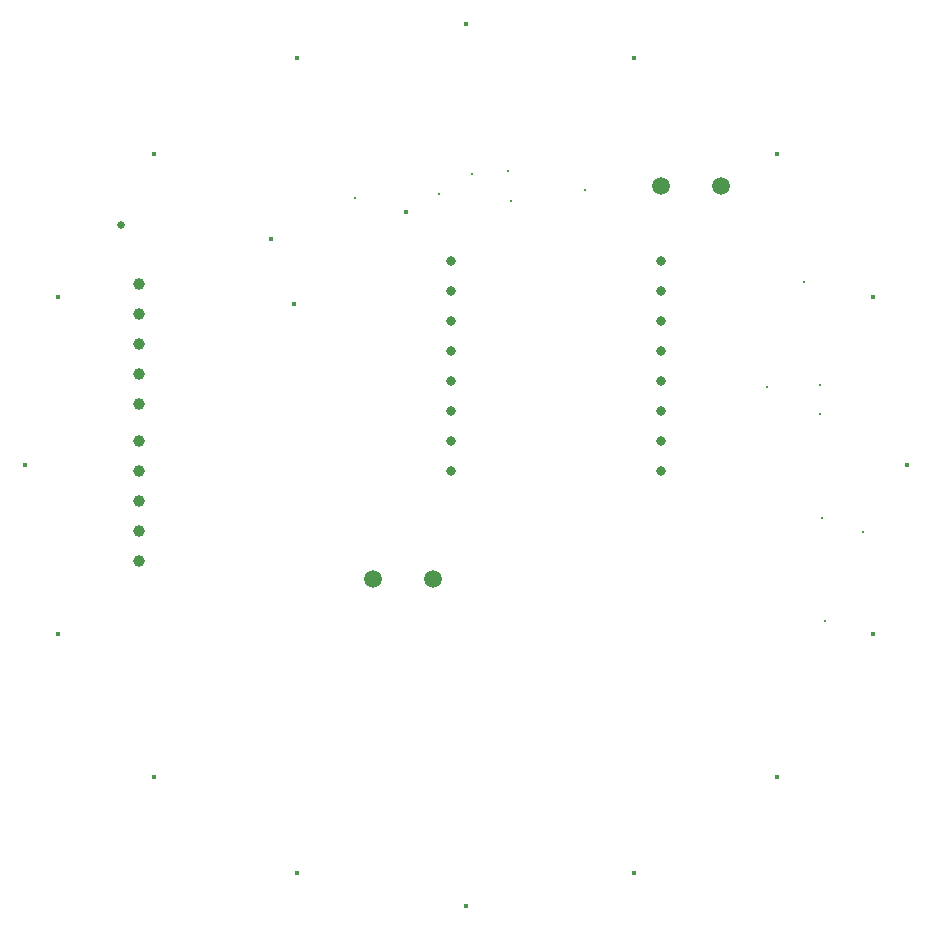
<source format=gbr>
%TF.GenerationSoftware,KiCad,Pcbnew,7.0.2*%
%TF.CreationDate,2023-06-22T15:29:06-04:00*%
%TF.ProjectId,protopico,70726f74-6f70-4696-936f-2e6b69636164,rev?*%
%TF.SameCoordinates,Original*%
%TF.FileFunction,Plated,1,2,PTH,Drill*%
%TF.FilePolarity,Positive*%
%FSLAX46Y46*%
G04 Gerber Fmt 4.6, Leading zero omitted, Abs format (unit mm)*
G04 Created by KiCad (PCBNEW 7.0.2) date 2023-06-22 15:29:06*
%MOMM*%
%LPD*%
G01*
G04 APERTURE LIST*
%TA.AperFunction,ViaDrill*%
%ADD10C,0.300000*%
%TD*%
%TA.AperFunction,ViaDrill*%
%ADD11C,0.406400*%
%TD*%
%TA.AperFunction,ViaDrill*%
%ADD12C,0.635000*%
%TD*%
%TA.AperFunction,ComponentDrill*%
%ADD13C,0.800000*%
%TD*%
%TA.AperFunction,ComponentDrill*%
%ADD14C,1.000000*%
%TD*%
%TA.AperFunction,ComponentDrill*%
%ADD15C,1.520000*%
%TD*%
G04 APERTURE END LIST*
D10*
X140462000Y-77216000D03*
X147574000Y-76850000D03*
X150368000Y-75184000D03*
X153416000Y-74930000D03*
X153670000Y-77470000D03*
X160000000Y-76474000D03*
X175387000Y-93218000D03*
X178500000Y-84250000D03*
X179832000Y-93000000D03*
X179832000Y-95504000D03*
X180000000Y-104250000D03*
X180250000Y-113000000D03*
X183478000Y-105500000D03*
D11*
X112522000Y-99822000D03*
X115364186Y-85533366D03*
X115364186Y-114110634D03*
X123458047Y-73420047D03*
X123458047Y-126223953D03*
X133350000Y-80645000D03*
X135350000Y-86138000D03*
X135571366Y-65326186D03*
X135571366Y-134317814D03*
X144830800Y-78384400D03*
X149860000Y-62484000D03*
X149860000Y-137160000D03*
X164148634Y-65326186D03*
X164148634Y-134317814D03*
X176261953Y-73420047D03*
X176261953Y-126223953D03*
X184355814Y-85533366D03*
X184355814Y-114110634D03*
X187198000Y-99822000D03*
D12*
X120650000Y-79502000D03*
D13*
%TO.C,U1*%
X148590000Y-82550000D03*
X148590000Y-85090000D03*
X148590000Y-87630000D03*
X148590000Y-90170000D03*
X148590000Y-92710000D03*
X148590000Y-95250000D03*
X148590000Y-97790000D03*
X148590000Y-100330000D03*
X166370000Y-82550000D03*
X166370000Y-85090000D03*
X166370000Y-87630000D03*
X166370000Y-90170000D03*
X166370000Y-92710000D03*
X166370000Y-95250000D03*
X166370000Y-97790000D03*
X166370000Y-100330000D03*
D14*
%TO.C,U3*%
X122174000Y-84455000D03*
X122174000Y-86995000D03*
X122174000Y-89535000D03*
X122174000Y-92075000D03*
X122174000Y-94615000D03*
%TO.C,U2*%
X122174000Y-97790000D03*
X122174000Y-100330000D03*
X122174000Y-102870000D03*
X122174000Y-105410000D03*
X122174000Y-107950000D03*
D15*
%TO.C,J1*%
X141986000Y-109474000D03*
X147066000Y-109474000D03*
%TO.C,J6*%
X166370000Y-76200000D03*
X171450000Y-76200000D03*
M02*

</source>
